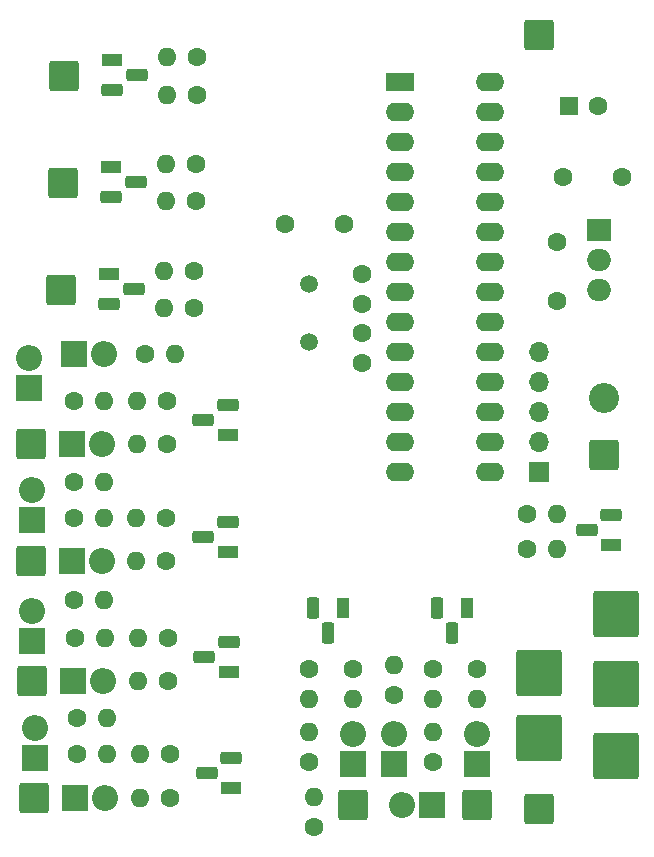
<source format=gts>
%TF.GenerationSoftware,KiCad,Pcbnew,(6.0.4)*%
%TF.CreationDate,2023-07-23T18:33:21+02:00*%
%TF.ProjectId,OT_windows_remapper,4f545f77-696e-4646-9f77-735f72656d61,rev?*%
%TF.SameCoordinates,Original*%
%TF.FileFunction,Soldermask,Top*%
%TF.FilePolarity,Negative*%
%FSLAX46Y46*%
G04 Gerber Fmt 4.6, Leading zero omitted, Abs format (unit mm)*
G04 Created by KiCad (PCBNEW (6.0.4)) date 2023-07-23 18:33:21*
%MOMM*%
%LPD*%
G01*
G04 APERTURE LIST*
G04 Aperture macros list*
%AMRoundRect*
0 Rectangle with rounded corners*
0 $1 Rounding radius*
0 $2 $3 $4 $5 $6 $7 $8 $9 X,Y pos of 4 corners*
0 Add a 4 corners polygon primitive as box body*
4,1,4,$2,$3,$4,$5,$6,$7,$8,$9,$2,$3,0*
0 Add four circle primitives for the rounded corners*
1,1,$1+$1,$2,$3*
1,1,$1+$1,$4,$5*
1,1,$1+$1,$6,$7*
1,1,$1+$1,$8,$9*
0 Add four rect primitives between the rounded corners*
20,1,$1+$1,$2,$3,$4,$5,0*
20,1,$1+$1,$4,$5,$6,$7,0*
20,1,$1+$1,$6,$7,$8,$9,0*
20,1,$1+$1,$8,$9,$2,$3,0*%
G04 Aperture macros list end*
%ADD10C,1.600000*%
%ADD11O,1.600000X1.600000*%
%ADD12R,2.200000X2.200000*%
%ADD13O,2.200000X2.200000*%
%ADD14R,2.400000X1.600000*%
%ADD15O,2.400000X1.600000*%
%ADD16RoundRect,0.249999X-1.025001X-1.025001X1.025001X-1.025001X1.025001X1.025001X-1.025001X1.025001X0*%
%ADD17R,2.000000X1.905000*%
%ADD18O,2.000000X1.905000*%
%ADD19R,1.100000X1.800000*%
%ADD20RoundRect,0.275000X0.275000X0.625000X-0.275000X0.625000X-0.275000X-0.625000X0.275000X-0.625000X0*%
%ADD21RoundRect,0.275000X0.625000X-0.275000X0.625000X0.275000X-0.625000X0.275000X-0.625000X-0.275000X0*%
%ADD22R,1.800000X1.100000*%
%ADD23RoundRect,0.250002X1.699998X-1.699998X1.699998X1.699998X-1.699998X1.699998X-1.699998X-1.699998X0*%
%ADD24RoundRect,0.249999X1.025001X-1.025001X1.025001X1.025001X-1.025001X1.025001X-1.025001X-1.025001X0*%
%ADD25RoundRect,0.250002X-1.699998X-1.699998X1.699998X-1.699998X1.699998X1.699998X-1.699998X1.699998X0*%
%ADD26RoundRect,0.275000X-0.625000X0.275000X-0.625000X-0.275000X0.625000X-0.275000X0.625000X0.275000X0*%
%ADD27R,1.700000X1.700000*%
%ADD28O,1.700000X1.700000*%
%ADD29C,1.500000*%
%ADD30C,2.550000*%
%ADD31R,1.600000X1.600000*%
G04 APERTURE END LIST*
D10*
%TO.C,R32*%
X133200000Y-86845001D03*
D11*
X133200000Y-84305001D03*
%TD*%
D10*
%TO.C,R31*%
X106155000Y-78800000D03*
D11*
X108695000Y-78800000D03*
%TD*%
D10*
%TO.C,R30*%
X106400000Y-88800000D03*
D11*
X108940000Y-88800000D03*
%TD*%
%TO.C,R29*%
X114695000Y-58000000D03*
D10*
X112155000Y-58000000D03*
%TD*%
D11*
%TO.C,R28*%
X108695000Y-68800000D03*
D10*
X106155000Y-68800000D03*
%TD*%
%TO.C,R27*%
X126400000Y-98045001D03*
D11*
X126400000Y-95505001D03*
%TD*%
D12*
%TO.C,D13*%
X133200000Y-92668234D03*
D13*
X133200000Y-90128234D03*
%TD*%
D12*
%TO.C,D12*%
X102600000Y-82268234D03*
D13*
X102600000Y-79728234D03*
%TD*%
D12*
%TO.C,D11*%
X102800000Y-92200000D03*
D13*
X102800000Y-89660000D03*
%TD*%
D12*
%TO.C,D10*%
X106131766Y-58000000D03*
D13*
X108671766Y-58000000D03*
%TD*%
%TO.C,D9*%
X102600000Y-69528234D03*
D12*
X102600000Y-72068234D03*
%TD*%
D13*
%TO.C,D8*%
X133928234Y-96200000D03*
D12*
X136468234Y-96200000D03*
%TD*%
D14*
%TO.C,U1*%
X133700000Y-34975000D03*
D15*
X133700000Y-37515000D03*
X133700000Y-40055000D03*
X133700000Y-42595000D03*
X133700000Y-45135000D03*
X133700000Y-47675000D03*
X133700000Y-50215000D03*
X133700000Y-52755000D03*
X133700000Y-55295000D03*
X133700000Y-57835000D03*
X133700000Y-60375000D03*
X133700000Y-62915000D03*
X133700000Y-65455000D03*
X133700000Y-67995000D03*
X141320000Y-67995000D03*
X141320000Y-65455000D03*
X141320000Y-62915000D03*
X141320000Y-60375000D03*
X141320000Y-57835000D03*
X141320000Y-55295000D03*
X141320000Y-52755000D03*
X141320000Y-50215000D03*
X141320000Y-47675000D03*
X141320000Y-45135000D03*
X141320000Y-42595000D03*
X141320000Y-40055000D03*
X141320000Y-37515000D03*
X141320000Y-34975000D03*
%TD*%
D12*
%TO.C,D3*%
X129700000Y-92700000D03*
D13*
X129700000Y-90160000D03*
%TD*%
D10*
%TO.C,C5*%
X129000000Y-47000000D03*
X124000000Y-47000000D03*
%TD*%
D16*
%TO.C,J10*%
X102750000Y-95550000D03*
%TD*%
D12*
%TO.C,D4*%
X140200000Y-92700000D03*
D13*
X140200000Y-90160000D03*
%TD*%
D17*
%TO.C,U2*%
X150555000Y-47460000D03*
D18*
X150555000Y-50000000D03*
X150555000Y-52540000D03*
%TD*%
D10*
%TO.C,R2*%
X116515000Y-36021000D03*
D11*
X113975000Y-36021000D03*
%TD*%
D10*
%TO.C,R24*%
X114045000Y-85700000D03*
D11*
X111505000Y-85700000D03*
%TD*%
D10*
%TO.C,R16*%
X113970000Y-61924000D03*
D11*
X111430000Y-61924000D03*
%TD*%
%TO.C,R4*%
X113721000Y-54128500D03*
D10*
X116261000Y-54128500D03*
%TD*%
%TO.C,C1*%
X130500000Y-53750000D03*
X130500000Y-51250000D03*
%TD*%
D19*
%TO.C,Q5*%
X128920000Y-79520000D03*
D20*
X127650000Y-81590000D03*
X126380000Y-79520000D03*
%TD*%
D21*
%TO.C,Q9*%
X119220000Y-82380000D03*
X117150000Y-83650000D03*
D22*
X119220000Y-84920000D03*
%TD*%
D23*
%TO.C,J2*%
X152000000Y-80000000D03*
%TD*%
%TO.C,J4*%
X152000000Y-92000000D03*
%TD*%
D16*
%TO.C,J11*%
X102550000Y-85700000D03*
%TD*%
D10*
%TO.C,R15*%
X136500000Y-84695000D03*
D11*
X136500000Y-87235000D03*
%TD*%
D10*
%TO.C,C6*%
X147500000Y-43000000D03*
X152500000Y-43000000D03*
%TD*%
D24*
%TO.C,J13*%
X140200000Y-96190000D03*
%TD*%
D10*
%TO.C,R25*%
X144455000Y-71500000D03*
D11*
X146995000Y-71500000D03*
%TD*%
D25*
%TO.C,J18*%
X145500000Y-85000000D03*
%TD*%
D11*
%TO.C,R13*%
X113716000Y-50928500D03*
D10*
X116256000Y-50928500D03*
%TD*%
%TO.C,R9*%
X106200000Y-82000000D03*
D11*
X108740000Y-82000000D03*
%TD*%
D26*
%TO.C,Q3*%
X109116000Y-53773500D03*
X111186000Y-52503500D03*
D22*
X109116000Y-51233500D03*
%TD*%
D10*
%TO.C,R19*%
X113941000Y-75530000D03*
D11*
X111401000Y-75530000D03*
%TD*%
D12*
%TO.C,D2*%
X105936000Y-75530000D03*
D13*
X108476000Y-75530000D03*
%TD*%
D10*
%TO.C,R12*%
X116425500Y-41858000D03*
D11*
X113885500Y-41858000D03*
%TD*%
D16*
%TO.C,J1*%
X145500000Y-31000000D03*
%TD*%
D12*
%TO.C,D7*%
X106040000Y-85700000D03*
D13*
X108580000Y-85700000D03*
%TD*%
D22*
%TO.C,Q2*%
X109285500Y-42163000D03*
D26*
X111355500Y-43433000D03*
X109285500Y-44703000D03*
%TD*%
D27*
%TO.C,J5*%
X145500000Y-68000000D03*
D28*
X145500000Y-65460000D03*
X145500000Y-62920000D03*
X145500000Y-60380000D03*
X145500000Y-57840000D03*
%TD*%
D16*
%TO.C,J7*%
X105180500Y-43483000D03*
%TD*%
%TO.C,J17*%
X145500000Y-96500000D03*
%TD*%
D10*
%TO.C,R1*%
X106096000Y-71830000D03*
D11*
X108636000Y-71830000D03*
%TD*%
D10*
%TO.C,C2*%
X130500000Y-56250000D03*
X130500000Y-58750000D03*
%TD*%
D29*
%TO.C,Y1*%
X126000000Y-56950000D03*
X126000000Y-52070000D03*
%TD*%
D22*
%TO.C,Q4*%
X119116000Y-74750000D03*
D21*
X117046000Y-73480000D03*
X119116000Y-72210000D03*
%TD*%
D25*
%TO.C,J19*%
X145500000Y-90500000D03*
%TD*%
D23*
%TO.C,J15*%
X152000000Y-85950000D03*
%TD*%
D24*
%TO.C,J3*%
X151000000Y-66500000D03*
D30*
X151000000Y-61700000D03*
%TD*%
D12*
%TO.C,D5*%
X105965000Y-65624000D03*
D13*
X108505000Y-65624000D03*
%TD*%
D10*
%TO.C,R6*%
X136500000Y-92540000D03*
D11*
X136500000Y-90000000D03*
%TD*%
D22*
%TO.C,Q1*%
X109370000Y-33126000D03*
D26*
X111440000Y-34396000D03*
X109370000Y-35666000D03*
%TD*%
D12*
%TO.C,D6*%
X106240000Y-95550000D03*
D13*
X108780000Y-95550000D03*
%TD*%
D10*
%TO.C,R26*%
X144455000Y-74500000D03*
D11*
X146995000Y-74500000D03*
%TD*%
D22*
%TO.C,Q8*%
X119420000Y-94770000D03*
D21*
X117350000Y-93500000D03*
X119420000Y-92230000D03*
%TD*%
D10*
%TO.C,R22*%
X113970000Y-65624000D03*
D11*
X111430000Y-65624000D03*
%TD*%
D12*
%TO.C,D1*%
X102286000Y-60852234D03*
D13*
X102286000Y-58312234D03*
%TD*%
D22*
%TO.C,Q7*%
X119145000Y-64844000D03*
D21*
X117075000Y-63574000D03*
X119145000Y-62304000D03*
%TD*%
D10*
%TO.C,R11*%
X116510000Y-32821000D03*
D11*
X113970000Y-32821000D03*
%TD*%
D10*
%TO.C,R21*%
X140200000Y-84695000D03*
D11*
X140200000Y-87235000D03*
%TD*%
%TO.C,R8*%
X108940000Y-91850000D03*
D10*
X106400000Y-91850000D03*
%TD*%
D16*
%TO.C,J9*%
X102475000Y-65624000D03*
%TD*%
D10*
%TO.C,C4*%
X147000000Y-53500000D03*
X147000000Y-48500000D03*
%TD*%
D16*
%TO.C,J8*%
X105011000Y-52553500D03*
%TD*%
D19*
%TO.C,Q6*%
X139420000Y-79520000D03*
D20*
X138150000Y-81590000D03*
X136880000Y-79520000D03*
%TD*%
D10*
%TO.C,R20*%
X129700000Y-84695000D03*
D11*
X129700000Y-87235000D03*
%TD*%
D16*
%TO.C,J14*%
X102446000Y-75530000D03*
%TD*%
D22*
%TO.C,Q10*%
X151595000Y-74195000D03*
D21*
X149525000Y-72925000D03*
X151595000Y-71655000D03*
%TD*%
D16*
%TO.C,J6*%
X105265000Y-34446000D03*
%TD*%
D10*
%TO.C,R7*%
X106125000Y-61924000D03*
D11*
X108665000Y-61924000D03*
%TD*%
D10*
%TO.C,R18*%
X114045000Y-82000000D03*
D11*
X111505000Y-82000000D03*
%TD*%
D31*
%TO.C,C3*%
X148000000Y-37000000D03*
D10*
X150500000Y-37000000D03*
%TD*%
%TO.C,R14*%
X126000000Y-84695000D03*
D11*
X126000000Y-87235000D03*
%TD*%
D10*
%TO.C,R3*%
X116430500Y-45058000D03*
D11*
X113890500Y-45058000D03*
%TD*%
D24*
%TO.C,J12*%
X129700000Y-96190000D03*
%TD*%
D10*
%TO.C,R17*%
X114245000Y-91850000D03*
D11*
X111705000Y-91850000D03*
%TD*%
D10*
%TO.C,R23*%
X114245000Y-95550000D03*
D11*
X111705000Y-95550000D03*
%TD*%
D10*
%TO.C,R10*%
X113941000Y-71830000D03*
D11*
X111401000Y-71830000D03*
%TD*%
D10*
%TO.C,R5*%
X126000000Y-92540000D03*
D11*
X126000000Y-90000000D03*
%TD*%
M02*

</source>
